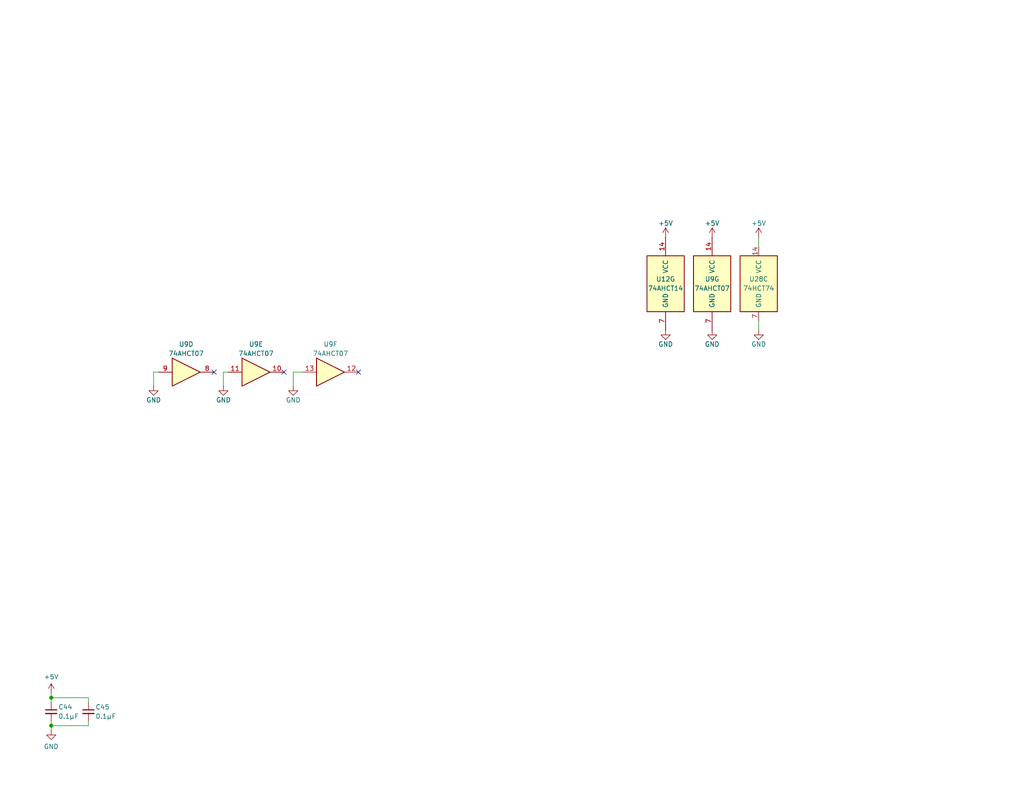
<source format=kicad_sch>
(kicad_sch (version 20250114) (generator "eeschema") (generator_version "9.0")
  (paper "USLetter")
  (title_block (date "2026-02-28") (rev "2.1") (company "MicroHobbyist") (comment 1 "Frédéric Segard"))
  (lib_symbols
    (symbol "74xx:74HC14" (pin_names (offset 1.016))
      (property "Reference" "U" (at 0 1.27 0))
      (property "Value" "74HC14" (at 0 -1.27 0))
      (symbol "74HC14_1_0"
        (polyline (pts (xy -3.81 3.81) (xy -3.81 -3.81) (xy 3.81 0) (xy -3.81 3.81)) (stroke (width 0.254)) (fill (type background)))
        (pin input line (at -7.62 0 0) (length 3.81) (name "~") (number "1"))
        (pin output inverted (at 7.62 0 180) (length 3.81) (name "~") (number "2"))
      )
      (symbol "74HC14_1_1"
        (polyline (pts (xy -2.54 -1.27) (xy -0.635 -1.27) (xy -0.635 1.27) (xy 0 1.27)))
        (polyline (pts (xy -1.905 -1.27) (xy -1.905 1.27) (xy -0.635 1.27)))
      )
      (symbol "74HC14_2_0"
        (polyline (pts (xy -3.81 3.81) (xy -3.81 -3.81) (xy 3.81 0) (xy -3.81 3.81)) (stroke (width 0.254)) (fill (type background)))
        (pin input line (at -7.62 0 0) (length 3.81) (name "~") (number "3"))
        (pin output inverted (at 7.62 0 180) (length 3.81) (name "~") (number "4"))
      )
      (symbol "74HC14_2_1"
        (polyline (pts (xy -2.54 -1.27) (xy -0.635 -1.27) (xy -0.635 1.27) (xy 0 1.27)))
        (polyline (pts (xy -1.905 -1.27) (xy -1.905 1.27) (xy -0.635 1.27)))
      )
      (symbol "74HC14_3_0"
        (polyline (pts (xy -3.81 3.81) (xy -3.81 -3.81) (xy 3.81 0) (xy -3.81 3.81)) (stroke (width 0.254)) (fill (type background)))
        (pin input line (at -7.62 0 0) (length 3.81) (name "~") (number "5"))
        (pin output inverted (at 7.62 0 180) (length 3.81) (name "~") (number "6"))
      )
      (symbol "74HC14_3_1"
        (polyline (pts (xy -2.54 -1.27) (xy -0.635 -1.27) (xy -0.635 1.27) (xy 0 1.27)))
        (polyline (pts (xy -1.905 -1.27) (xy -1.905 1.27) (xy -0.635 1.27)))
      )
      (symbol "74HC14_4_0"
        (polyline (pts (xy -3.81 3.81) (xy -3.81 -3.81) (xy 3.81 0) (xy -3.81 3.81)) (stroke (width 0.254)) (fill (type background)))
        (pin input line (at -7.62 0 0) (length 3.81) (name "~") (number "9"))
        (pin output inverted (at 7.62 0 180) (length 3.81) (name "~") (number "8"))
      )
      (symbol "74HC14_4_1"
        (polyline (pts (xy -2.54 -1.27) (xy -0.635 -1.27) (xy -0.635 1.27) (xy 0 1.27)))
        (polyline (pts (xy -1.905 -1.27) (xy -1.905 1.27) (xy -0.635 1.27)))
      )
      (symbol "74HC14_5_0"
        (polyline (pts (xy -3.81 3.81) (xy -3.81 -3.81) (xy 3.81 0) (xy -3.81 3.81)) (stroke (width 0.254)) (fill (type background)))
        (pin input line (at -7.62 0 0) (length 3.81) (name "~") (number "11"))
        (pin output inverted (at 7.62 0 180) (length 3.81) (name "~") (number "10"))
      )
      (symbol "74HC14_5_1"
        (polyline (pts (xy -2.54 -1.27) (xy -0.635 -1.27) (xy -0.635 1.27) (xy 0 1.27)))
        (polyline (pts (xy -1.905 -1.27) (xy -1.905 1.27) (xy -0.635 1.27)))
      )
      (symbol "74HC14_6_0"
        (polyline (pts (xy -3.81 3.81) (xy -3.81 -3.81) (xy 3.81 0) (xy -3.81 3.81)) (stroke (width 0.254)) (fill (type background)))
        (pin input line (at -7.62 0 0) (length 3.81) (name "~") (number "13"))
        (pin output inverted (at 7.62 0 180) (length 3.81) (name "~") (number "12"))
      )
      (symbol "74HC14_6_1"
        (polyline (pts (xy -2.54 -1.27) (xy -0.635 -1.27) (xy -0.635 1.27) (xy 0 1.27)))
        (polyline (pts (xy -1.905 -1.27) (xy -1.905 1.27) (xy -0.635 1.27)))
      )
      (symbol "74HC14_7_0"
        (pin power_in line (at 0 12.7 270) (length 5.08) (name "VCC") (number "14"))
        (pin power_in line (at 0 -12.7 90) (length 5.08) (name "GND") (number "7"))
      )
      (symbol "74HC14_7_1"
        (rectangle (start -5.08 7.62) (end 5.08 -7.62) (stroke (width 0.254)) (fill (type background)))
      )
    )
    (symbol "74xx:74HCT74" (pin_names (offset 1.016))
      (property "Reference" "U" (at -7.62 8.89 0))
      (property "Value" "74HCT74" (at -7.62 -8.89 0))
      (symbol "74HCT74_1_0"
        (pin input line (at -7.62 2.54 0) (length 2.54) (name "D") (number "2"))
        (pin input clock (at -7.62 0 0) (length 2.54) (name "C") (number "3"))
        (pin input line (at 0 7.62 270) (length 2.54) (name "~{S}") (number "4"))
        (pin input line (at 0 -7.62 90) (length 2.54) (name "~{R}") (number "1"))
        (pin output line (at 7.62 2.54 180) (length 2.54) (name "Q") (number "5"))
        (pin output line (at 7.62 -2.54 180) (length 2.54) (name "~{Q}") (number "6"))
      )
      (symbol "74HCT74_1_1"
        (rectangle (start -5.08 5.08) (end 5.08 -5.08) (stroke (width 0.254)) (fill (type background)))
      )
      (symbol "74HCT74_2_0"
        (pin input line (at -7.62 2.54 0) (length 2.54) (name "D") (number "12"))
        (pin input clock (at -7.62 0 0) (length 2.54) (name "C") (number "11"))
        (pin input line (at 0 7.62 270) (length 2.54) (name "~{S}") (number "10"))
        (pin input line (at 0 -7.62 90) (length 2.54) (name "~{R}") (number "13"))
        (pin output line (at 7.62 2.54 180) (length 2.54) (name "Q") (number "9"))
        (pin output line (at 7.62 -2.54 180) (length 2.54) (name "~{Q}") (number "8"))
      )
      (symbol "74HCT74_2_1"
        (rectangle (start -5.08 5.08) (end 5.08 -5.08) (stroke (width 0.254)) (fill (type background)))
      )
      (symbol "74HCT74_3_0"
        (pin power_in line (at 0 10.16 270) (length 2.54) (name "VCC") (number "14"))
        (pin power_in line (at 0 -10.16 90) (length 2.54) (name "GND") (number "7"))
      )
      (symbol "74HCT74_3_1"
        (rectangle (start -5.08 7.62) (end 5.08 -7.62) (stroke (width 0.254)) (fill (type background)))
      )
    )
    (symbol "74xx:74LS07" (pin_names (offset 1.016))
      (property "Reference" "U" (at 0 1.27 0))
      (property "Value" "74LS07" (at 0 -1.27 0))
      (symbol "74LS07_1_0"
        (polyline (pts (xy -3.81 3.81) (xy -3.81 -3.81) (xy 3.81 0) (xy -3.81 3.81)) (stroke (width 0.254)) (fill (type background)))
        (pin input line (at -7.62 0 0) (length 3.81) (name "~") (number "1"))
        (pin open_collector line (at 7.62 0 180) (length 3.81) (name "~") (number "2"))
      )
      (symbol "74LS07_2_0"
        (polyline (pts (xy -3.81 3.81) (xy -3.81 -3.81) (xy 3.81 0) (xy -3.81 3.81)) (stroke (width 0.254)) (fill (type background)))
        (pin input line (at -7.62 0 0) (length 3.81) (name "~") (number "3"))
        (pin open_collector line (at 7.62 0 180) (length 3.81) (name "~") (number "4"))
      )
      (symbol "74LS07_3_0"
        (polyline (pts (xy -3.81 3.81) (xy -3.81 -3.81) (xy 3.81 0) (xy -3.81 3.81)) (stroke (width 0.254)) (fill (type background)))
        (pin input line (at -7.62 0 0) (length 3.81) (name "~") (number "5"))
        (pin open_collector line (at 7.62 0 180) (length 3.81) (name "~") (number "6"))
      )
      (symbol "74LS07_4_0"
        (polyline (pts (xy -3.81 3.81) (xy -3.81 -3.81) (xy 3.81 0) (xy -3.81 3.81)) (stroke (width 0.254)) (fill (type background)))
        (pin input line (at -7.62 0 0) (length 3.81) (name "~") (number "9"))
        (pin open_collector line (at 7.62 0 180) (length 3.81) (name "~") (number "8"))
      )
      (symbol "74LS07_5_0"
        (polyline (pts (xy -3.81 3.81) (xy -3.81 -3.81) (xy 3.81 0) (xy -3.81 3.81)) (stroke (width 0.254)) (fill (type background)))
        (pin input line (at -7.62 0 0) (length 3.81) (name "~") (number "11"))
        (pin open_collector line (at 7.62 0 180) (length 3.81) (name "~") (number "10"))
      )
      (symbol "74LS07_6_0"
        (polyline (pts (xy -3.81 3.81) (xy -3.81 -3.81) (xy 3.81 0) (xy -3.81 3.81)) (stroke (width 0.254)) (fill (type background)))
        (pin input line (at -7.62 0 0) (length 3.81) (name "~") (number "13"))
        (pin open_collector line (at 7.62 0 180) (length 3.81) (name "~") (number "12"))
      )
      (symbol "74LS07_7_0"
        (pin power_in line (at 0 12.7 270) (length 5.08) (name "VCC") (number "14"))
        (pin power_in line (at 0 -12.7 90) (length 5.08) (name "GND") (number "7"))
      )
      (symbol "74LS07_7_1"
        (rectangle (start -5.08 7.62) (end 5.08 -7.62) (stroke (width 0.254)) (fill (type background)))
      )
    )
    (symbol "Device:C_Small" (pin_numbers (hide yes)) (pin_names (offset 0.254) (hide yes))
      (property "Reference" "C" (at 0.254 1.778 0))
      (property "Value" "C_Small" (at 0.254 -2.032 0))
      (symbol "C_Small_0_1"
        (polyline (pts (xy -1.524 0.508) (xy 1.524 0.508)) (stroke (width 0.3048)))
        (polyline (pts (xy -1.524 -0.508) (xy 1.524 -0.508)) (stroke (width 0.3302)))
      )
      (symbol "C_Small_1_1"
        (pin passive line (at 0 2.54 270) (length 2.032) (name "~") (number "1"))
        (pin passive line (at 0 -2.54 90) (length 2.032) (name "~") (number "2"))
      )
    )
    (symbol "power:+5V" (power) (pin_numbers (hide yes)) (pin_names (offset 0) (hide yes))
      (property "Value" "+5V" (at 0 3.556 0))
      (symbol "+5V_0_1"
        (polyline (pts (xy -0.762 1.27) (xy 0 2.54)))
        (polyline (pts (xy 0 2.54) (xy 0.762 1.27)))
        (polyline (pts (xy 0 0) (xy 0 2.54)))
      )
      (symbol "+5V_1_1"
        (pin power_in line (at 0 0 90) (length 0) (name "~") (number "1"))
      )
    )
    (symbol "power:GND" (power) (pin_numbers (hide yes)) (pin_names (offset 0) (hide yes))
      (property "Value" "GND" (at 0 -3.81 0))
      (symbol "GND_0_1"
        (polyline (pts (xy 0 0) (xy 0 -1.27) (xy 1.27 -1.27) (xy 0 -2.54) (xy -1.27 -1.27) (xy 0 -1.27)))
      )
      (symbol "GND_1_1"
        (pin power_in line (at 0 0 270) (length 0) (name "~") (number "1"))
      )
    )
  )
  (junction (at 13.97 198.12))
  (junction (at 13.97 190.5))
  (no_connect (at 97.79 101.6))
  (no_connect (at 58.42 101.6))
  (no_connect (at 77.47 101.6))
  (wire (pts (xy 207.01 87.63) (xy 207.01 90.17)))
  (wire (pts (xy 13.97 198.12) (xy 24.13 198.12)))
  (wire (pts (xy 13.97 190.5) (xy 24.13 190.5)))
  (wire (pts (xy 60.96 101.6) (xy 62.23 101.6)))
  (wire (pts (xy 80.01 101.6) (xy 82.55 101.6)))
  (wire (pts (xy 41.91 101.6) (xy 43.18 101.6)))
  (wire (pts (xy 80.01 101.6) (xy 80.01 105.41)))
  (wire (pts (xy 13.97 196.85) (xy 13.97 198.12)))
  (wire (pts (xy 24.13 196.85) (xy 24.13 198.12)))
  (wire (pts (xy 13.97 198.12) (xy 13.97 199.39)))
  (wire (pts (xy 60.96 101.6) (xy 60.96 105.41)))
  (wire (pts (xy 207.01 64.77) (xy 207.01 67.31)))
  (wire (pts (xy 24.13 190.5) (xy 24.13 191.77)))
  (wire (pts (xy 41.91 101.6) (xy 41.91 105.41)))
  (wire (pts (xy 13.97 189.23) (xy 13.97 190.5)))
  (wire (pts (xy 13.97 190.5) (xy 13.97 191.77)))
  (symbol (lib_id "power:GND") (at 60.96 105.41 0) (unit 1)
    (property "Reference" "#PWR0132" (effects (hide yes)))
    (property "Value" "GND" (at 60.96 109.22 0))
    (property "Description" "Power symbol creates a global label with name \"GND\" , ground" (effects (hide yes)))
  )
  (symbol (lib_id "power:GND") (at 80.01 105.41 0) (unit 1)
    (property "Reference" "#PWR0133" (effects (hide yes)))
    (property "Value" "GND" (at 80.01 109.22 0))
    (property "Description" "Power symbol creates a global label with name \"GND\" , ground" (effects (hide yes)))
  )
  (symbol (lib_id "power:+5V") (at 181.61 64.77 0) (unit 1)
    (property "Reference" "#PWR0122" (effects (hide yes)))
    (property "Value" "+5V" (at 181.61 60.96 0))
    (property "Description" "Power symbol creates a global label with name \"+5V\"" (effects (hide yes)))
  )
  (symbol (lib_id "Device:C_Small") (at 24.13 194.31 0) (unit 1)
    (property "Reference" "C45" (at 26.035 193.04 0) (effects (justify left)))
    (property "Value" "0.1µF" (at 26.035 195.58 0) (effects (justify left)))
    (property "Description" "Unpolarized capacitor, small symbol" (effects (hide yes)))
  )
  (symbol (lib_id "74xx:74LS07") (at 69.85 101.6 0) (unit 5)
    (property "Reference" "U9" (at 69.85 93.98 0))
    (property "Value" "74AHCT07" (at 69.85 96.52 0))
    (property "Datasheet" "www.ti.com/lit/ds/symlink/sn74ls07.pdf" (effects (hide yes)))
    (property "Description" "Hex Buffers and Drivers With Open Collector High Voltage Outputs" (effects (hide yes)))
  )
  (symbol (lib_id "74xx:74LS07") (at 194.31 77.47 0) (unit 7)
    (property "Reference" "U9" (at 194.31 76.2 0))
    (property "Value" "74AHCT07" (at 194.31 78.74 0))
    (property "Datasheet" "www.ti.com/lit/ds/symlink/sn74ls07.pdf" (effects (hide yes)))
    (property "Description" "Hex Buffers and Drivers With Open Collector High Voltage Outputs" (effects (hide yes)))
  )
  (symbol (lib_id "power:+5V") (at 13.97 189.23 0) (unit 1)
    (property "Reference" "#PWR0134" (effects (hide yes)))
    (property "Value" "+5V" (at 13.97 184.785 0))
    (property "Description" "Power symbol creates a global label with name \"+5V\"" (effects (hide yes)))
  )
  (symbol (lib_id "power:GND") (at 181.61 90.17 0) (unit 1)
    (property "Reference" "#PWR0126" (effects (hide yes)))
    (property "Value" "GND" (at 181.61 93.98 0))
    (property "Description" "Power symbol creates a global label with name \"GND\" , ground" (effects (hide yes)))
  )
  (symbol (lib_id "Device:C_Small") (at 13.97 194.31 0) (unit 1)
    (property "Reference" "C44" (at 15.875 193.04 0) (effects (justify left)))
    (property "Value" "0.1µF" (at 15.875 195.58 0) (effects (justify left)))
    (property "Description" "Unpolarized capacitor, small symbol" (effects (hide yes)))
  )
  (symbol (lib_id "74xx:74HCT74") (at 207.01 77.47 0) (unit 3)
    (property "Reference" "U28" (at 207.01 76.2 0))
    (property "Value" "74HCT74" (at 207.01 78.74 0))
    (property "Datasheet" "https://assets.nexperia.com/documents/data-sheet/74HC_HCT74.pdf" (effects (hide yes)))
    (property "Description" "Dual D Flip-flop, Set & Reset" (effects (hide yes)))
  )
  (symbol (lib_id "74xx:74HC14") (at 181.61 77.47 0) (unit 7)
    (property "Reference" "U12" (at 181.61 76.2 0))
    (property "Value" "74AHCT14" (at 181.61 78.74 0))
    (property "Datasheet" "http://www.ti.com/lit/gpn/sn74HC14" (effects (hide yes)))
    (property "Description" "Hex inverter schmitt trigger" (effects (hide yes)))
  )
  (symbol (lib_id "74xx:74LS07") (at 50.8 101.6 0) (unit 4)
    (property "Reference" "U9" (at 50.8 93.98 0))
    (property "Value" "74AHCT07" (at 50.8 96.52 0))
    (property "Datasheet" "www.ti.com/lit/ds/symlink/sn74ls07.pdf" (effects (hide yes)))
    (property "Description" "Hex Buffers and Drivers With Open Collector High Voltage Outputs" (effects (hide yes)))
  )
  (symbol (lib_id "power:GND") (at 207.01 90.17 0) (unit 1)
    (property "Reference" "#PWR0144" (effects (hide yes)))
    (property "Value" "GND" (at 207.01 93.98 0))
    (property "Description" "Power symbol creates a global label with name \"GND\" , ground" (effects (hide yes)))
  )
  (symbol (lib_id "power:GND") (at 194.31 90.17 0) (unit 1)
    (property "Reference" "#PWR0127" (effects (hide yes)))
    (property "Value" "GND" (at 194.31 93.98 0))
    (property "Description" "Power symbol creates a global label with name \"GND\" , ground" (effects (hide yes)))
  )
  (symbol (lib_id "power:GND") (at 13.97 199.39 0) (unit 1)
    (property "Reference" "#PWR0135" (effects (hide yes)))
    (property "Value" "GND" (at 13.97 203.835 0))
    (property "Description" "Power symbol creates a global label with name \"GND\" , ground" (effects (hide yes)))
  )
  (symbol (lib_id "power:+5V") (at 194.31 64.77 0) (unit 1)
    (property "Reference" "#PWR0123" (effects (hide yes)))
    (property "Value" "+5V" (at 194.31 60.96 0))
    (property "Description" "Power symbol creates a global label with name \"+5V\"" (effects (hide yes)))
  )
  (symbol (lib_id "74xx:74LS07") (at 90.17 101.6 0) (unit 6)
    (property "Reference" "U9" (at 90.17 93.98 0))
    (property "Value" "74AHCT07" (at 90.17 96.52 0))
    (property "Datasheet" "www.ti.com/lit/ds/symlink/sn74ls07.pdf" (effects (hide yes)))
    (property "Description" "Hex Buffers and Drivers With Open Collector High Voltage Outputs" (effects (hide yes)))
  )
  (symbol (lib_id "power:+5V") (at 207.01 64.77 0) (unit 1)
    (property "Reference" "#PWR0143" (effects (hide yes)))
    (property "Value" "+5V" (at 207.01 60.96 0))
    (property "Description" "Power symbol creates a global label with name \"+5V\"" (effects (hide yes)))
  )
  (symbol (lib_id "power:GND") (at 41.91 105.41 0) (unit 1)
    (property "Reference" "#PWR0131" (effects (hide yes)))
    (property "Value" "GND" (at 41.91 109.22 0))
    (property "Description" "Power symbol creates a global label with name \"GND\" , ground" (effects (hide yes)))
  )
)
</source>
